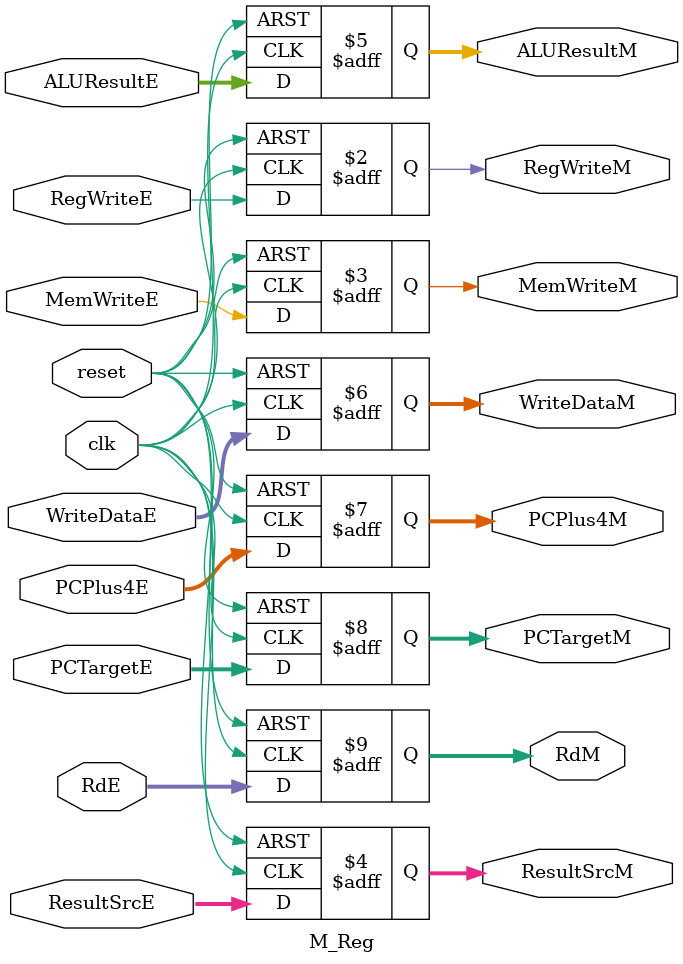
<source format=sv>
`timescale 1ns/1ps

module M_Reg (clk, reset, RegWriteE, ResultSrcE, MemWriteE, RegWriteM, ResultSrcM, MemWriteM, 
              ALUResultE, WriteDataE, RdE, PCPlus4E, ALUResultM, WriteDataM, RdM, PCPlus4M, PCTargetE, PCTargetM);
    input logic clk, reset;
    input logic RegWriteE, MemWriteE;
    input logic [1:0] ResultSrcE;
    input logic [31:0] ALUResultE, WriteDataE, PCPlus4E, PCTargetE;
    input logic [4:0] RdE;

    output logic RegWriteM, MemWriteM;
    output logic [1:0] ResultSrcM;
    output logic [31:0] ALUResultM, WriteDataM, PCPlus4M, PCTargetM;
    output logic [4:0] RdM;

    always_ff @(posedge clk or posedge reset) begin
        if (reset) begin
            RegWriteM <= 0;
            ResultSrcM <= 0;
            MemWriteM <= 0;
            ALUResultM <= 0;
            WriteDataM <= 0;
            RdM <= 0;
            PCPlus4M <= 0;
            PCTargetM <= 0;
        end else begin
            RegWriteM <= RegWriteE;
            ResultSrcM <= ResultSrcE;
            MemWriteM <= MemWriteE;
            ALUResultM <= ALUResultE;
            WriteDataM <= WriteDataE;
            RdM <= RdE;
            PCPlus4M <= PCPlus4E;
            PCTargetM <= PCTargetE;
        end
    end
endmodule
</source>
